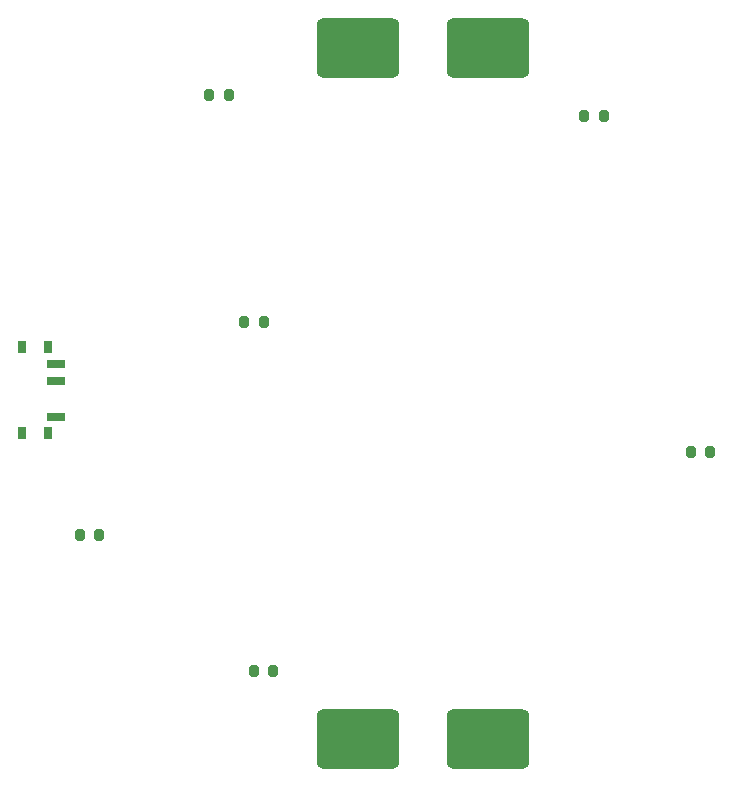
<source format=gbr>
%TF.GenerationSoftware,KiCad,Pcbnew,(6.0.7)*%
%TF.CreationDate,2022-08-24T17:41:01+02:00*%
%TF.ProjectId,TVZ_kuglica,54565a5f-6b75-4676-9c69-63612e6b6963,rev?*%
%TF.SameCoordinates,Original*%
%TF.FileFunction,Paste,Bot*%
%TF.FilePolarity,Positive*%
%FSLAX46Y46*%
G04 Gerber Fmt 4.6, Leading zero omitted, Abs format (unit mm)*
G04 Created by KiCad (PCBNEW (6.0.7)) date 2022-08-24 17:41:01*
%MOMM*%
%LPD*%
G01*
G04 APERTURE LIST*
G04 Aperture macros list*
%AMRoundRect*
0 Rectangle with rounded corners*
0 $1 Rounding radius*
0 $2 $3 $4 $5 $6 $7 $8 $9 X,Y pos of 4 corners*
0 Add a 4 corners polygon primitive as box body*
4,1,4,$2,$3,$4,$5,$6,$7,$8,$9,$2,$3,0*
0 Add four circle primitives for the rounded corners*
1,1,$1+$1,$2,$3*
1,1,$1+$1,$4,$5*
1,1,$1+$1,$6,$7*
1,1,$1+$1,$8,$9*
0 Add four rect primitives between the rounded corners*
20,1,$1+$1,$2,$3,$4,$5,0*
20,1,$1+$1,$4,$5,$6,$7,0*
20,1,$1+$1,$6,$7,$8,$9,0*
20,1,$1+$1,$8,$9,$2,$3,0*%
G04 Aperture macros list end*
%ADD10R,0.800000X1.000000*%
%ADD11R,1.500000X0.700000*%
%ADD12RoundRect,0.200000X-0.200000X-0.275000X0.200000X-0.275000X0.200000X0.275000X-0.200000X0.275000X0*%
%ADD13RoundRect,0.200000X0.200000X0.275000X-0.200000X0.275000X-0.200000X-0.275000X0.200000X-0.275000X0*%
%ADD14RoundRect,0.500000X3.000000X2.000000X-3.000000X2.000000X-3.000000X-2.000000X3.000000X-2.000000X0*%
G04 APERTURE END LIST*
D10*
%TO.C,SW1*%
X105280000Y-103400000D03*
X105280000Y-96100000D03*
X103070000Y-96100000D03*
X103070000Y-103400000D03*
D11*
X105930000Y-102000000D03*
X105930000Y-99000000D03*
X105930000Y-97500000D03*
%TD*%
D12*
%TO.C,R2*%
X118925000Y-74750000D03*
X120575000Y-74750000D03*
%TD*%
D13*
%TO.C,R3*%
X152325000Y-76500000D03*
X150675000Y-76500000D03*
%TD*%
D12*
%TO.C,R5*%
X107925000Y-112000000D03*
X109575000Y-112000000D03*
%TD*%
%TO.C,R6*%
X122675000Y-123500000D03*
X124325000Y-123500000D03*
%TD*%
%TO.C,R7*%
X159675000Y-105000000D03*
X161325000Y-105000000D03*
%TD*%
%TO.C,R8*%
X121875000Y-94000000D03*
X123525000Y-94000000D03*
%TD*%
D14*
%TO.C,BT1*%
X142500000Y-70750000D03*
X131500000Y-129250000D03*
X142500000Y-129250000D03*
X131500000Y-70750000D03*
%TD*%
M02*

</source>
